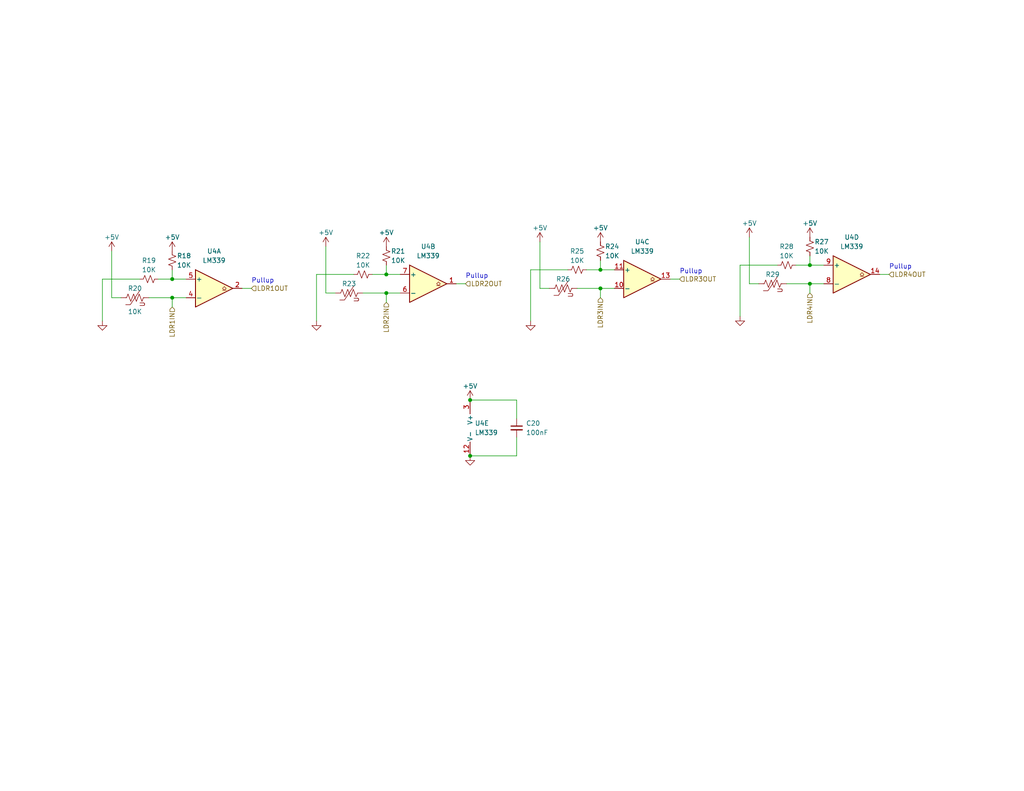
<source format=kicad_sch>
(kicad_sch (version 20230121) (generator eeschema)
  (paper "USLetter")
  (title_block (title "Goal Detector") (date "2023-09-17") (rev "A") (company "ECE 477"))
  (lib_symbols
    (symbol "Comparator:LM339" (pin_names (offset 0.127))
      (property "Reference" "U" (at 0 5.08 0))
      (property "Value" "LM339" (at 0 -5.08 0))
      (symbol "LM339_1_1"
        (polyline (pts (xy -5.08 5.08) (xy 5.08 0) (xy -5.08 -5.08) (xy -5.08 5.08)) (stroke (width 0.254)) (fill (type background)))
        (polyline (pts (xy 3.302 -0.508) (xy 2.794 -0.508) (xy 3.302 0) (xy 2.794 0.508) (xy 2.286 0) (xy 2.794 -0.508) (xy 2.286 -0.508)) (stroke (width 0.127)))
        (pin open_collector line (at 7.62 0 180) (length 2.54) (name "~") (number "2"))
        (pin input line (at -7.62 -2.54 0) (length 2.54) (name "-") (number "4"))
        (pin input line (at -7.62 2.54 0) (length 2.54) (name "+") (number "5"))
      )
      (symbol "LM339_2_1"
        (polyline (pts (xy -5.08 5.08) (xy 5.08 0) (xy -5.08 -5.08) (xy -5.08 5.08)) (stroke (width 0.254)) (fill (type background)))
        (polyline (pts (xy 3.302 -0.508) (xy 2.794 -0.508) (xy 3.302 0) (xy 2.794 0.508) (xy 2.286 0) (xy 2.794 -0.508) (xy 2.286 -0.508)) (stroke (width 0.127)))
        (pin open_collector line (at 7.62 0 180) (length 2.54) (name "~") (number "1"))
        (pin input line (at -7.62 -2.54 0) (length 2.54) (name "-") (number "6"))
        (pin input line (at -7.62 2.54 0) (length 2.54) (name "+") (number "7"))
      )
      (symbol "LM339_3_1"
        (polyline (pts (xy -5.08 5.08) (xy 5.08 0) (xy -5.08 -5.08) (xy -5.08 5.08)) (stroke (width 0.254)) (fill (type background)))
        (polyline (pts (xy 3.302 -0.508) (xy 2.794 -0.508) (xy 3.302 0) (xy 2.794 0.508) (xy 2.286 0) (xy 2.794 -0.508) (xy 2.286 -0.508)) (stroke (width 0.127)))
        (pin input line (at -7.62 -2.54 0) (length 2.54) (name "-") (number "10"))
        (pin input line (at -7.62 2.54 0) (length 2.54) (name "+") (number "11"))
        (pin open_collector line (at 7.62 0 180) (length 2.54) (name "~") (number "13"))
      )
      (symbol "LM339_4_1"
        (polyline (pts (xy -5.08 5.08) (xy 5.08 0) (xy -5.08 -5.08) (xy -5.08 5.08)) (stroke (width 0.254)) (fill (type background)))
        (polyline (pts (xy 3.302 -0.508) (xy 2.794 -0.508) (xy 3.302 0) (xy 2.794 0.508) (xy 2.286 0) (xy 2.794 -0.508) (xy 2.286 -0.508)) (stroke (width 0.127)))
        (pin open_collector line (at 7.62 0 180) (length 2.54) (name "~") (number "14"))
        (pin input line (at -7.62 -2.54 0) (length 2.54) (name "-") (number "8"))
        (pin input line (at -7.62 2.54 0) (length 2.54) (name "+") (number "9"))
      )
      (symbol "LM339_5_1"
        (pin power_in line (at -2.54 -7.62 90) (length 3.81) (name "V-") (number "12"))
        (pin power_in line (at -2.54 7.62 270) (length 3.81) (name "V+") (number "3"))
      )
    )
    (symbol "Device:C_Small" (pin_numbers hide) (pin_names (offset 0.254) hide)
      (property "Reference" "C" (at 0.254 1.778 0))
      (property "Value" "C_Small" (at 0.254 -2.032 0))
      (symbol "C_Small_0_1"
        (polyline (pts (xy -1.524 -0.508) (xy 1.524 -0.508)) (stroke (width 0.3302)))
        (polyline (pts (xy -1.524 0.508) (xy 1.524 0.508)) (stroke (width 0.3048)))
      )
      (symbol "C_Small_1_1"
        (pin passive line (at 0 2.54 270) (length 2.032) (name "~") (number "1"))
        (pin passive line (at 0 -2.54 90) (length 2.032) (name "~") (number "2"))
      )
    )
    (symbol "Device:R_Small_US" (pin_numbers hide) (pin_names (offset 0.254) hide)
      (property "Reference" "R" (at 0.762 0.508 0))
      (property "Value" "R_Small_US" (at 0.762 -1.016 0))
      (symbol "R_Small_US_1_1"
        (polyline (pts (xy 0 0) (xy 1.016 -0.381) (xy 0 -0.762) (xy -1.016 -1.143) (xy 0 -1.524)))
        (polyline (pts (xy 0 1.524) (xy 1.016 1.143) (xy 0 0.762) (xy -1.016 0.381) (xy 0 0)))
        (pin passive line (at 0 2.54 270) (length 1.016) (name "~") (number "1"))
        (pin passive line (at 0 -2.54 90) (length 1.016) (name "~") (number "2"))
      )
    )
    (symbol "Device:Varistor_US" (pin_numbers hide) (pin_names (offset 0))
      (property "Reference" "RV" (at 3.175 0 90))
      (property "Value" "Varistor_US" (at -3.175 0 90))
      (symbol "Varistor_US_0_0"
        (text "U" (at -1.778 -2.032 0) (effects (font (size 1.27 1.27))))
      )
      (symbol "Varistor_US_0_1"
        (polyline (pts (xy 0 -2.286) (xy 0 -2.54)))
        (polyline (pts (xy 0 2.286) (xy 0 2.54)))
        (polyline (pts (xy -1.905 2.54) (xy -1.905 1.27) (xy 1.905 -1.27)))
        (polyline (pts (xy 0 -0.762) (xy 1.016 -1.143) (xy 0 -1.524) (xy -1.016 -1.905) (xy 0 -2.286)))
        (polyline (pts (xy 0 0.762) (xy 1.016 0.381) (xy 0 0) (xy -1.016 -0.381) (xy 0 -0.762)))
        (polyline (pts (xy 0 2.286) (xy 1.016 1.905) (xy 0 1.524) (xy -1.016 1.143) (xy 0 0.762)))
      )
      (symbol "Varistor_US_1_1"
        (pin passive line (at 0 3.81 270) (length 1.27) (name "~") (number "1"))
        (pin passive line (at 0 -3.81 90) (length 1.27) (name "~") (number "2"))
      )
    )
    (symbol "power:+5V" (power) (pin_names (offset 0))
      (property "Value" "+5V" (at 0 3.556 0))
      (symbol "+5V_0_1"
        (polyline (pts (xy -0.762 1.27) (xy 0 2.54)))
        (polyline (pts (xy 0 0) (xy 0 2.54)))
        (polyline (pts (xy 0 2.54) (xy 0.762 1.27)))
      )
      (symbol "+5V_1_1"
        (pin power_in line (at 0 0 90) (length 0) hide (name "+5V") (number "1"))
      )
    )
    (symbol "power:GND" (power) (pin_names (offset 0))
      (property "Value" "GND" (at 0 -3.81 0))
      (symbol "GND_0_1"
        (polyline (pts (xy 0 0) (xy 0 -1.27) (xy 1.27 -1.27) (xy 0 -2.54) (xy -1.27 -1.27) (xy 0 -1.27)))
      )
      (symbol "GND_1_1"
        (pin power_in line (at 0 0 270) (length 0) hide (name "GND") (number "1"))
      )
    )
  )
  (junction (at 220.98 72.39))
  (junction (at 46.99 81.28))
  (junction (at 128.27 109.22))
  (junction (at 163.83 78.74))
  (junction (at 220.98 77.47))
  (junction (at 128.27 124.46))
  (junction (at 46.99 76.2))
  (junction (at 105.41 80.01))
  (junction (at 105.41 74.93))
  (junction (at 163.83 73.66))
  (wire (pts (xy 99.06 80.01) (xy 105.41 80.01)))
  (wire (pts (xy 160.02 73.66) (xy 163.83 73.66)))
  (wire (pts (xy 46.99 83.82) (xy 46.99 81.28)))
  (wire (pts (xy 163.83 78.74) (xy 167.64 78.74)))
  (wire (pts (xy 220.98 72.39) (xy 224.79 72.39)))
  (wire (pts (xy 105.41 80.01) (xy 109.22 80.01)))
  (wire (pts (xy 140.97 109.22) (xy 140.97 114.3)))
  (wire (pts (xy 101.6 74.93) (xy 105.41 74.93)))
  (wire (pts (xy 182.88 76.2) (xy 185.42 76.2)))
  (wire (pts (xy 86.36 87.63) (xy 86.36 74.93)))
  (wire (pts (xy 163.83 71.12) (xy 163.83 73.66)))
  (wire (pts (xy 105.41 74.93) (xy 109.22 74.93)))
  (wire (pts (xy 124.46 77.47) (xy 127 77.47)))
  (wire (pts (xy 220.98 77.47) (xy 224.79 77.47)))
  (wire (pts (xy 128.27 109.22) (xy 140.97 109.22)))
  (wire (pts (xy 220.98 77.47) (xy 220.98 80.01)))
  (wire (pts (xy 147.32 78.74) (xy 149.86 78.74)))
  (wire (pts (xy 105.41 82.55) (xy 105.41 80.01)))
  (wire (pts (xy 46.99 76.2) (xy 50.8 76.2)))
  (wire (pts (xy 163.83 78.74) (xy 163.83 81.28)))
  (wire (pts (xy 86.36 74.93) (xy 96.52 74.93)))
  (wire (pts (xy 220.98 69.85) (xy 220.98 72.39)))
  (wire (pts (xy 27.94 76.2) (xy 27.94 87.63)))
  (wire (pts (xy 201.93 72.39) (xy 212.09 72.39)))
  (wire (pts (xy 30.48 68.58) (xy 30.48 81.28)))
  (wire (pts (xy 217.17 72.39) (xy 220.98 72.39)))
  (wire (pts (xy 147.32 66.04) (xy 147.32 78.74)))
  (wire (pts (xy 88.9 80.01) (xy 91.44 80.01)))
  (wire (pts (xy 204.47 64.77) (xy 204.47 77.47)))
  (wire (pts (xy 204.47 77.47) (xy 207.01 77.47)))
  (wire (pts (xy 144.78 73.66) (xy 144.78 87.63)))
  (wire (pts (xy 27.94 76.2) (xy 38.1 76.2)))
  (wire (pts (xy 163.83 73.66) (xy 167.64 73.66)))
  (wire (pts (xy 128.27 124.46) (xy 140.97 124.46)))
  (wire (pts (xy 46.99 73.66) (xy 46.99 76.2)))
  (wire (pts (xy 43.18 76.2) (xy 46.99 76.2)))
  (wire (pts (xy 46.99 81.28) (xy 50.8 81.28)))
  (wire (pts (xy 66.04 78.74) (xy 68.58 78.74)))
  (wire (pts (xy 30.48 81.28) (xy 33.02 81.28)))
  (wire (pts (xy 214.63 77.47) (xy 220.98 77.47)))
  (wire (pts (xy 157.48 78.74) (xy 163.83 78.74)))
  (wire (pts (xy 144.78 73.66) (xy 154.94 73.66)))
  (wire (pts (xy 88.9 67.31) (xy 88.9 80.01)))
  (wire (pts (xy 105.41 72.39) (xy 105.41 74.93)))
  (wire (pts (xy 240.03 74.93) (xy 242.57 74.93)))
  (wire (pts (xy 201.93 86.36) (xy 201.93 72.39)))
  (wire (pts (xy 40.64 81.28) (xy 46.99 81.28)))
  (wire (pts (xy 140.97 124.46) (xy 140.97 119.38)))
  (text "Pullup" (at 185.42 74.93 0) (effects (font (size 1.27 1.27)) (justify left bottom)))
  (text "Pullup" (at 68.58 77.47 0) (effects (font (size 1.27 1.27)) (justify left bottom)))
  (text "Pullup" (at 242.57 73.66 0) (effects (font (size 1.27 1.27)) (justify left bottom)))
  (text "Pullup" (at 127 76.2 0) (effects (font (size 1.27 1.27)) (justify left bottom)))
  (hierarchical_label "LDR4IN" (shape input) (at 220.98 80.01 270))
  (hierarchical_label "LDR1IN" (shape input) (at 46.99 83.82 270))
  (hierarchical_label "LDR2OUT" (shape input) (at 127 77.47 0))
  (hierarchical_label "LDR4OUT" (shape input) (at 242.57 74.93 0))
  (hierarchical_label "LDR3OUT" (shape input) (at 185.42 76.2 0))
  (hierarchical_label "LDR3IN" (shape input) (at 163.83 81.28 270))
  (hierarchical_label "LDR2IN" (shape input) (at 105.41 82.55 270))
  (hierarchical_label "LDR1OUT" (shape input) (at 68.58 78.74 0))
  (symbol (lib_id "Comparator:LM339") (at 116.84 77.47 0) (unit 2)
    (property "Reference" "U4" (at 116.84 67.31 0))
    (property "Value" "LM339" (at 116.84 69.85 0))
    (property "Footprint" "Package_DIP:DIP-14_W7.62mm_LongPads" (effects hide))
    (property "Datasheet" "https://www.st.com/resource/en/datasheet/lm139.pdf" (effects hide))
  )
  (symbol (lib_id "Device:R_Small_US") (at 214.63 72.39 90) (unit 1)
    (property "Reference" "R28" (at 214.63 67.31 90))
    (property "Value" "10K" (at 214.63 69.85 90))
    (property "Footprint" "Resistor_SMD:R_0805_2012Metric_Pad1.20x1.40mm_HandSolder" (effects hide))
  )
  (symbol (lib_id "Device:Varistor_US") (at 36.83 81.28 90) (unit 1)
    (property "Reference" "R20" (at 36.83 78.74 90))
    (property "Value" "10K" (at 36.83 85.09 90))
    (property "Footprint" "Resistor_SMD:R_0805_2012Metric_Pad1.20x1.40mm_HandSolder" (effects hide))
    (property "Sim.Name" "kicad_builtin_varistor" (effects hide))
    (property "Sim.Device" "SUBCKT" (effects hide))
    (property "Sim.Pins" "1=A 2=B" (effects hide))
    (property "Sim.Params" "threshold=1k" (effects hide))
    (property "Sim.Library" "${KICAD7_SYMBOL_DIR}/Simulation_SPICE.sp" (effects hide))
  )
  (symbol (lib_id "power:+5V") (at 30.48 68.58 0) (unit 1)
    (property "Reference" "#PWR059" (effects hide))
    (property "Value" "+5V" (at 30.48 64.77 0))
  )
  (symbol (lib_id "Device:R_Small_US") (at 157.48 73.66 90) (unit 1)
    (property "Reference" "R25" (at 157.48 68.58 90))
    (property "Value" "10K" (at 157.48 71.12 90))
    (property "Footprint" "Resistor_SMD:R_0805_2012Metric_Pad1.20x1.40mm_HandSolder" (effects hide))
  )
  (symbol (lib_id "power:+5V") (at 46.99 68.58 0) (unit 1)
    (property "Reference" "#PWR058" (effects hide))
    (property "Value" "+5V" (at 46.99 64.77 0))
  )
  (symbol (lib_id "Device:R_Small_US") (at 40.64 76.2 90) (unit 1)
    (property "Reference" "R19" (at 40.64 71.12 90))
    (property "Value" "10K" (at 40.64 73.66 90))
    (property "Footprint" "Resistor_SMD:R_0805_2012Metric_Pad1.20x1.40mm_HandSolder" (effects hide))
  )
  (symbol (lib_id "Device:R_Small_US") (at 105.41 69.85 0) (unit 1)
    (property "Reference" "R21" (at 106.68 68.58 0) (effects (justify left)))
    (property "Value" "10K" (at 106.68 71.12 0) (effects (justify left)))
    (property "Footprint" "Resistor_SMD:R_0805_2012Metric_Pad1.20x1.40mm_HandSolder" (effects hide))
  )
  (symbol (lib_id "Comparator:LM339") (at 130.81 116.84 0) (unit 5)
    (property "Reference" "U4" (at 129.54 115.57 0) (effects (justify left)))
    (property "Value" "LM339" (at 129.54 118.11 0) (effects (justify left)))
    (property "Footprint" "Package_DIP:DIP-14_W7.62mm_LongPads" (effects hide))
    (property "Datasheet" "https://www.st.com/resource/en/datasheet/lm139.pdf" (effects hide))
  )
  (symbol (lib_id "power:+5V") (at 147.32 66.04 0) (unit 1)
    (property "Reference" "#PWR071" (effects hide))
    (property "Value" "+5V" (at 147.32 62.23 0))
  )
  (symbol (lib_id "Comparator:LM339") (at 175.26 76.2 0) (unit 3)
    (property "Reference" "U4" (at 175.26 66.04 0))
    (property "Value" "LM339" (at 175.26 68.58 0))
    (property "Footprint" "Package_DIP:DIP-14_W7.62mm_LongPads" (effects hide))
    (property "Datasheet" "https://www.st.com/resource/en/datasheet/lm139.pdf" (effects hide))
  )
  (symbol (lib_id "power:+5V") (at 220.98 64.77 0) (unit 1)
    (property "Reference" "#PWR081" (effects hide))
    (property "Value" "+5V" (at 220.98 60.96 0))
  )
  (symbol (lib_id "power:+5V") (at 128.27 109.22 0) (unit 1)
    (property "Reference" "#PWR056" (effects hide))
    (property "Value" "+5V" (at 128.27 105.41 0))
  )
  (symbol (lib_id "power:+5V") (at 105.41 67.31 0) (unit 1)
    (property "Reference" "#PWR069" (effects hide))
    (property "Value" "+5V" (at 105.41 63.5 0))
  )
  (symbol (lib_id "Device:Varistor_US") (at 153.67 78.74 90) (unit 1)
    (property "Reference" "R26" (at 153.67 76.2 90))
    (property "Value" "10K" (effects hide))
    (property "Footprint" "Resistor_SMD:R_0805_2012Metric_Pad1.20x1.40mm_HandSolder" (effects hide))
    (property "Sim.Name" "kicad_builtin_varistor" (effects hide))
    (property "Sim.Device" "SUBCKT" (effects hide))
    (property "Sim.Pins" "1=A 2=B" (effects hide))
    (property "Sim.Params" "threshold=1k" (effects hide))
    (property "Sim.Library" "${KICAD7_SYMBOL_DIR}/Simulation_SPICE.sp" (effects hide))
  )
  (symbol (lib_id "power:GND") (at 128.27 124.46 0) (unit 1)
    (property "Reference" "#PWR057" (effects hide))
    (property "Value" "GND" (effects hide))
  )
  (symbol (lib_id "power:GND") (at 86.36 87.63 0) (unit 1)
    (property "Reference" "#PWR060" (effects hide))
    (property "Value" "GND" (effects hide))
  )
  (symbol (lib_id "Device:R_Small_US") (at 99.06 74.93 90) (unit 1)
    (property "Reference" "R22" (at 99.06 69.85 90))
    (property "Value" "10K" (at 99.06 72.39 90))
    (property "Footprint" "Resistor_SMD:R_0805_2012Metric_Pad1.20x1.40mm_HandSolder" (effects hide))
  )
  (symbol (lib_id "Device:R_Small_US") (at 163.83 68.58 0) (unit 1)
    (property "Reference" "R24" (at 165.1 67.31 0) (effects (justify left)))
    (property "Value" "10K" (at 165.1 69.85 0) (effects (justify left)))
    (property "Footprint" "Resistor_SMD:R_0805_2012Metric_Pad1.20x1.40mm_HandSolder" (effects hide))
  )
  (symbol (lib_id "power:GND") (at 201.93 86.36 0) (unit 1)
    (property "Reference" "#PWR063" (effects hide))
    (property "Value" "GND" (effects hide))
  )
  (symbol (lib_id "power:GND") (at 144.78 87.63 0) (unit 1)
    (property "Reference" "#PWR062" (effects hide))
    (property "Value" "GND" (effects hide))
  )
  (symbol (lib_id "Comparator:LM339") (at 58.42 78.74 0) (unit 1)
    (property "Reference" "U4" (at 58.42 68.58 0))
    (property "Value" "LM339" (at 58.42 71.12 0))
    (property "Footprint" "Package_DIP:DIP-14_W7.62mm_LongPads" (effects hide))
    (property "Datasheet" "https://www.st.com/resource/en/datasheet/lm139.pdf" (effects hide))
  )
  (symbol (lib_id "Device:C_Small") (at 140.97 116.84 0) (unit 1)
    (property "Reference" "C20" (at 143.51 115.5763 0) (effects (justify left)))
    (property "Value" "100nF" (at 143.51 118.1163 0) (effects (justify left)))
    (property "Footprint" "Capacitor_SMD:C_0805_2012Metric_Pad1.18x1.45mm_HandSolder" (effects hide))
  )
  (symbol (lib_id "power:+5V") (at 163.83 66.04 0) (unit 1)
    (property "Reference" "#PWR075" (effects hide))
    (property "Value" "+5V" (at 163.83 62.23 0))
  )
  (symbol (lib_id "Comparator:LM339") (at 232.41 74.93 0) (unit 4)
    (property "Reference" "U4" (at 232.41 64.77 0))
    (property "Value" "LM339" (at 232.41 67.31 0))
    (property "Footprint" "Package_DIP:DIP-14_W7.62mm_LongPads" (effects hide))
    (property "Datasheet" "https://www.st.com/resource/en/datasheet/lm139.pdf" (effects hide))
  )
  (symbol (lib_id "Device:Varistor_US") (at 95.25 80.01 90) (unit 1)
    (property "Reference" "R23" (at 95.25 77.47 90))
    (property "Value" "10K" (effects hide))
    (property "Footprint" "Resistor_SMD:R_0805_2012Metric_Pad1.20x1.40mm_HandSolder" (effects hide))
    (property "Sim.Name" "kicad_builtin_varistor" (effects hide))
    (property "Sim.Device" "SUBCKT" (effects hide))
    (property "Sim.Pins" "1=A 2=B" (effects hide))
    (property "Sim.Params" "threshold=1k" (effects hide))
    (property "Sim.Library" "${KICAD7_SYMBOL_DIR}/Simulation_SPICE.sp" (effects hide))
  )
  (symbol (lib_id "Device:Varistor_US") (at 210.82 77.47 90) (unit 1)
    (property "Reference" "R29" (at 210.82 74.93 90))
    (property "Value" "10K" (effects hide))
    (property "Footprint" "Resistor_SMD:R_0805_2012Metric_Pad1.20x1.40mm_HandSolder" (effects hide))
    (property "Sim.Name" "kicad_builtin_varistor" (effects hide))
    (property "Sim.Device" "SUBCKT" (effects hide))
    (property "Sim.Pins" "1=A 2=B" (effects hide))
    (property "Sim.Params" "threshold=1k" (effects hide))
    (property "Sim.Library" "${KICAD7_SYMBOL_DIR}/Simulation_SPICE.sp" (effects hide))
  )
  (symbol (lib_id "Device:R_Small_US") (at 46.99 71.12 0) (unit 1)
    (property "Reference" "R18" (at 48.26 69.85 0) (effects (justify left)))
    (property "Value" "10K" (at 48.26 72.39 0) (effects (justify left)))
    (property "Footprint" "Resistor_SMD:R_0805_2012Metric_Pad1.20x1.40mm_HandSolder" (effects hide))
  )
  (symbol (lib_id "power:+5V") (at 204.47 64.77 0) (unit 1)
    (property "Reference" "#PWR077" (effects hide))
    (property "Value" "+5V" (at 204.47 60.96 0))
  )
  (symbol (lib_id "power:+5V") (at 88.9 67.31 0) (unit 1)
    (property "Reference" "#PWR065" (effects hide))
    (property "Value" "+5V" (at 88.9 63.5 0))
  )
  (symbol (lib_id "power:GND") (at 27.94 87.63 0) (unit 1)
    (property "Reference" "#PWR061" (effects hide))
    (property "Value" "GND" (effects hide))
  )
  (symbol (lib_id "Device:R_Small_US") (at 220.98 67.31 0) (unit 1)
    (property "Reference" "R27" (at 222.25 66.04 0) (effects (justify left)))
    (property "Value" "10K" (at 222.25 68.58 0) (effects (justify left)))
    (property "Footprint" "Resistor_SMD:R_0805_2012Metric_Pad1.20x1.40mm_HandSolder" (effects hide))
  )
)
</source>
